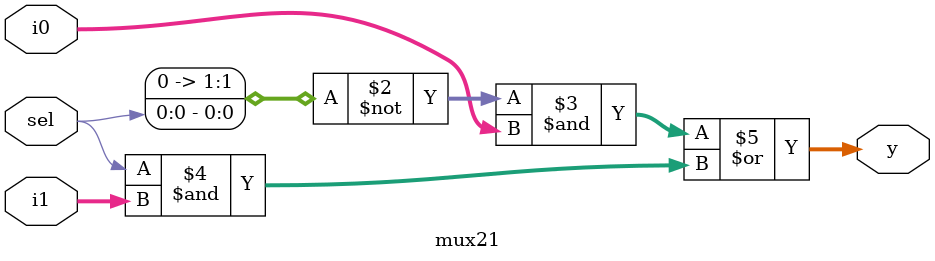
<source format=v>
module mux21(
 input [1:0]i0,i1,
 input sel,
 output [1:0]y
 );
 

 
  assign y =  (~(sel) & i0) | sel &i1;

  

  
 
endmodule
 

</source>
